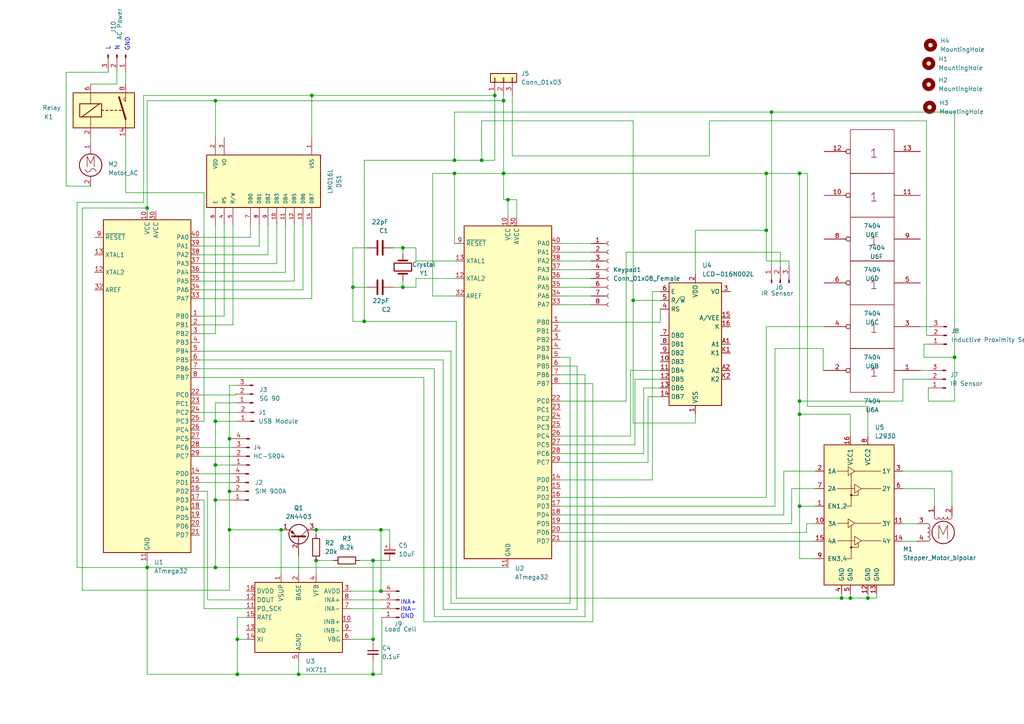
<source format=kicad_sch>
(kicad_sch (version 20211123) (generator eeschema)
  (paper "A4")
  (lib_symbols
    (symbol "74xx_IEEE:7404" (pin_names (offset 0.762))
      (property "Reference" "U" (at 5.08 7.62 0))
      (property "Value" "7404" (at 3.81 -8.89 0))
      (symbol "7404_0_0"
        (text "1" (at -0.508 0.508 0) (effects (font (size 2.54 2.54))))
      )
      (symbol "7404_0_1"
        (rectangle (start -6.35 6.35) (end 6.35 -6.35))
        (pin power_in line (at 0 6.35 270) (length 0) hide (name "Vcc") (number "14"))
        (pin power_in line (at 0 -6.35 90) (length 0) hide (name "Gnd") (number "7"))
      )
      (symbol "7404_1_1"
        (pin input line (at -13.97 0 0) (length 7.62) (name "~") (number "1"))
        (pin input inverted (at 13.97 0 180) (length 7.62) (name "~") (number "2"))
      )
      (symbol "7404_2_1"
        (pin input line (at -13.97 0 0) (length 7.62) (name "~") (number "3"))
        (pin input inverted (at 13.97 0 180) (length 7.62) (name "~") (number "4"))
      )
      (symbol "7404_3_1"
        (pin input line (at -13.97 0 0) (length 7.62) (name "~") (number "5"))
        (pin input inverted (at 13.97 0 180) (length 7.62) (name "~") (number "6"))
      )
      (symbol "7404_4_1"
        (pin input inverted (at 13.97 0 180) (length 7.62) (name "~") (number "8"))
        (pin input line (at -13.97 0 0) (length 7.62) (name "~") (number "9"))
      )
      (symbol "7404_5_1"
        (pin input inverted (at 13.97 0 180) (length 7.62) (name "~") (number "10"))
        (pin input line (at -13.97 0 0) (length 7.62) (name "~") (number "11"))
      )
      (symbol "7404_6_1"
        (pin input inverted (at 13.97 0 180) (length 7.62) (name "~") (number "12"))
        (pin input line (at -13.97 0 0) (length 7.62) (name "~") (number "13"))
      )
    )
    (symbol "Connector:Conn_01x02_Male" (pin_names (offset 1.016) hide)
      (property "Reference" "J" (at 0 2.54 0))
      (property "Value" "Conn_01x02_Male" (at 0 -5.08 0))
      (symbol "Conn_01x02_Male_1_1"
        (polyline (pts (xy 1.27 -2.54) (xy 0.8636 -2.54)) (stroke (width 0.1524)))
        (polyline (pts (xy 1.27 0) (xy 0.8636 0)) (stroke (width 0.1524)))
        (rectangle (start 0.8636 -2.413) (end 0 -2.667) (stroke (width 0.1524)) (fill (type outline)))
        (rectangle (start 0.8636 0.127) (end 0 -0.127) (stroke (width 0.1524)) (fill (type outline)))
        (pin passive line (at 5.08 0 180) (length 3.81) (name "Pin_1") (number "1"))
        (pin passive line (at 5.08 -2.54 180) (length 3.81) (name "Pin_2") (number "2"))
      )
    )
    (symbol "Connector:Conn_01x03_Male" (pin_names (offset 1.016) hide)
      (property "Reference" "J" (at 0 5.08 0))
      (property "Value" "Conn_01x03_Male" (at 0 -5.08 0))
      (symbol "Conn_01x03_Male_1_1"
        (polyline (pts (xy 1.27 -2.54) (xy 0.8636 -2.54)) (stroke (width 0.1524)))
        (polyline (pts (xy 1.27 0) (xy 0.8636 0)) (stroke (width 0.1524)))
        (polyline (pts (xy 1.27 2.54) (xy 0.8636 2.54)) (stroke (width 0.1524)))
        (rectangle (start 0.8636 -2.413) (end 0 -2.667) (stroke (width 0.1524)) (fill (type outline)))
        (rectangle (start 0.8636 0.127) (end 0 -0.127) (stroke (width 0.1524)) (fill (type outline)))
        (rectangle (start 0.8636 2.667) (end 0 2.413) (stroke (width 0.1524)) (fill (type outline)))
        (pin passive line (at 5.08 2.54 180) (length 3.81) (name "Pin_1") (number "1"))
        (pin passive line (at 5.08 0 180) (length 3.81) (name "Pin_2") (number "2"))
        (pin passive line (at 5.08 -2.54 180) (length 3.81) (name "Pin_3") (number "3"))
      )
    )
    (symbol "Connector:Conn_01x04_Male" (pin_names (offset 1.016) hide)
      (property "Reference" "J" (at 0 5.08 0))
      (property "Value" "Conn_01x04_Male" (at 0 -7.62 0))
      (symbol "Conn_01x04_Male_1_1"
        (polyline (pts (xy 1.27 -5.08) (xy 0.8636 -5.08)) (stroke (width 0.1524)))
        (polyline (pts (xy 1.27 -2.54) (xy 0.8636 -2.54)) (stroke (width 0.1524)))
        (polyline (pts (xy 1.27 0) (xy 0.8636 0)) (stroke (width 0.1524)))
        (polyline (pts (xy 1.27 2.54) (xy 0.8636 2.54)) (stroke (width 0.1524)))
        (rectangle (start 0.8636 -4.953) (end 0 -5.207) (stroke (width 0.1524)) (fill (type outline)))
        (rectangle (start 0.8636 -2.413) (end 0 -2.667) (stroke (width 0.1524)) (fill (type outline)))
        (rectangle (start 0.8636 0.127) (end 0 -0.127) (stroke (width 0.1524)) (fill (type outline)))
        (rectangle (start 0.8636 2.667) (end 0 2.413) (stroke (width 0.1524)) (fill (type outline)))
        (pin passive line (at 5.08 2.54 180) (length 3.81) (name "Pin_1") (number "1"))
        (pin passive line (at 5.08 0 180) (length 3.81) (name "Pin_2") (number "2"))
        (pin passive line (at 5.08 -2.54 180) (length 3.81) (name "Pin_3") (number "3"))
        (pin passive line (at 5.08 -5.08 180) (length 3.81) (name "Pin_4") (number "4"))
      )
    )
    (symbol "Connector:Conn_01x08_Female" (pin_names (offset 1.016) hide)
      (property "Reference" "J" (at 0 10.16 0))
      (property "Value" "Conn_01x08_Female" (at 0 -12.7 0))
      (symbol "Conn_01x08_Female_1_1"
        (arc (start 0 -9.652) (mid -0.508 -10.16) (end 0 -10.668) (stroke (width 0.1524)))
        (arc (start 0 -7.112) (mid -0.508 -7.62) (end 0 -8.128) (stroke (width 0.1524)))
        (arc (start 0 -4.572) (mid -0.508 -5.08) (end 0 -5.588) (stroke (width 0.1524)))
        (arc (start 0 -2.032) (mid -0.508 -2.54) (end 0 -3.048) (stroke (width 0.1524)))
        (polyline (pts (xy -1.27 -10.16) (xy -0.508 -10.16)) (stroke (width 0.1524)))
        (polyline (pts (xy -1.27 -7.62) (xy -0.508 -7.62)) (stroke (width 0.1524)))
        (polyline (pts (xy -1.27 -5.08) (xy -0.508 -5.08)) (stroke (width 0.1524)))
        (polyline (pts (xy -1.27 -2.54) (xy -0.508 -2.54)) (stroke (width 0.1524)))
        (polyline (pts (xy -1.27 0) (xy -0.508 0)) (stroke (width 0.1524)))
        (polyline (pts (xy -1.27 2.54) (xy -0.508 2.54)) (stroke (width 0.1524)))
        (polyline (pts (xy -1.27 5.08) (xy -0.508 5.08)) (stroke (width 0.1524)))
        (polyline (pts (xy -1.27 7.62) (xy -0.508 7.62)) (stroke (width 0.1524)))
        (arc (start 0 0.508) (mid -0.508 0) (end 0 -0.508) (stroke (width 0.1524)))
        (arc (start 0 3.048) (mid -0.508 2.54) (end 0 2.032) (stroke (width 0.1524)))
        (arc (start 0 5.588) (mid -0.508 5.08) (end 0 4.572) (stroke (width 0.1524)))
        (arc (start 0 8.128) (mid -0.508 7.62) (end 0 7.112) (stroke (width 0.1524)))
        (pin passive line (at -5.08 7.62 0) (length 3.81) (name "Pin_1") (number "1"))
        (pin passive line (at -5.08 5.08 0) (length 3.81) (name "Pin_2") (number "2"))
        (pin passive line (at -5.08 2.54 0) (length 3.81) (name "Pin_3") (number "3"))
        (pin passive line (at -5.08 0 0) (length 3.81) (name "Pin_4") (number "4"))
        (pin passive line (at -5.08 -2.54 0) (length 3.81) (name "Pin_5") (number "5"))
        (pin passive line (at -5.08 -5.08 0) (length 3.81) (name "Pin_6") (number "6"))
        (pin passive line (at -5.08 -7.62 0) (length 3.81) (name "Pin_7") (number "7"))
        (pin passive line (at -5.08 -10.16 0) (length 3.81) (name "Pin_8") (number "8"))
      )
    )
    (symbol "Connector_Generic:Conn_01x03" (pin_names (offset 1.016) hide)
      (property "Reference" "J" (at 0 5.08 0))
      (property "Value" "Conn_01x03" (at 0 -5.08 0))
      (symbol "Conn_01x03_1_1"
        (rectangle (start -1.27 -2.413) (end 0 -2.667) (stroke (width 0.1524)))
        (rectangle (start -1.27 0.127) (end 0 -0.127) (stroke (width 0.1524)))
        (rectangle (start -1.27 2.667) (end 0 2.413) (stroke (width 0.1524)))
        (rectangle (start -1.27 3.81) (end 1.27 -3.81) (stroke (width 0.254)) (fill (type background)))
        (pin passive line (at -5.08 2.54 0) (length 3.81) (name "Pin_1") (number "1"))
        (pin passive line (at -5.08 0 0) (length 3.81) (name "Pin_2") (number "2"))
        (pin passive line (at -5.08 -2.54 0) (length 3.81) (name "Pin_3") (number "3"))
      )
    )
    (symbol "Device:C" (pin_numbers hide) (pin_names (offset 0.254))
      (property "Reference" "C" (at 0.635 2.54 0))
      (property "Value" "C" (at 0.635 -2.54 0))
      (symbol "C_0_1"
        (polyline (pts (xy -2.032 -0.762) (xy 2.032 -0.762)) (stroke (width 0.508)))
        (polyline (pts (xy -2.032 0.762) (xy 2.032 0.762)) (stroke (width 0.508)))
      )
      (symbol "C_1_1"
        (pin passive line (at 0 3.81 270) (length 2.794) (name "~") (number "1"))
        (pin passive line (at 0 -3.81 90) (length 2.794) (name "~") (number "2"))
      )
    )
    (symbol "Device:C_Polarized_Small" (pin_numbers hide) (pin_names (offset 0.254) hide)
      (property "Reference" "C" (at 0.254 1.778 0))
      (property "Value" "C_Polarized_Small" (at 0.254 -2.032 0))
      (symbol "C_Polarized_Small_0_1"
        (rectangle (start -1.524 -0.3048) (end 1.524 -0.6858) (fill (type outline)))
        (rectangle (start -1.524 0.6858) (end 1.524 0.3048))
        (polyline (pts (xy -1.27 1.524) (xy -0.762 1.524)))
        (polyline (pts (xy -1.016 1.27) (xy -1.016 1.778)))
      )
      (symbol "C_Polarized_Small_1_1"
        (pin passive line (at 0 2.54 270) (length 1.8542) (name "~") (number "1"))
        (pin passive line (at 0 -2.54 90) (length 1.8542) (name "~") (number "2"))
      )
    )
    (symbol "Device:C_Small" (pin_numbers hide) (pin_names (offset 0.254) hide)
      (property "Reference" "C" (at 0.254 1.778 0))
      (property "Value" "C_Small" (at 0.254 -2.032 0))
      (symbol "C_Small_0_1"
        (polyline (pts (xy -1.524 -0.508) (xy 1.524 -0.508)) (stroke (width 0.3302)))
        (polyline (pts (xy -1.524 0.508) (xy 1.524 0.508)) (stroke (width 0.3048)))
      )
      (symbol "C_Small_1_1"
        (pin passive line (at 0 2.54 270) (length 2.032) (name "~") (number "1"))
        (pin passive line (at 0 -2.54 90) (length 2.032) (name "~") (number "2"))
      )
    )
    (symbol "Device:Crystal" (pin_numbers hide) (pin_names (offset 1.016) hide)
      (property "Reference" "Y" (at 0 3.81 0))
      (property "Value" "Crystal" (at 0 -3.81 0))
      (symbol "Crystal_0_1"
        (rectangle (start -1.143 2.54) (end 1.143 -2.54) (stroke (width 0.3048)))
        (polyline (pts (xy -2.54 0) (xy -1.905 0)))
        (polyline (pts (xy -1.905 -1.27) (xy -1.905 1.27)) (stroke (width 0.508)))
        (polyline (pts (xy 1.905 -1.27) (xy 1.905 1.27)) (stroke (width 0.508)))
        (polyline (pts (xy 2.54 0) (xy 1.905 0)))
      )
      (symbol "Crystal_1_1"
        (pin passive line (at -3.81 0 0) (length 1.27) (name "1") (number "1"))
        (pin passive line (at 3.81 0 180) (length 1.27) (name "2") (number "2"))
      )
    )
    (symbol "Device:R" (pin_numbers hide) (pin_names (offset 0))
      (property "Reference" "R" (at 2.032 0 90))
      (property "Value" "R" (at 0 0 90))
      (symbol "R_0_1"
        (rectangle (start -1.016 -2.54) (end 1.016 2.54) (stroke (width 0.254)))
      )
      (symbol "R_1_1"
        (pin passive line (at 0 3.81 270) (length 1.27) (name "~") (number "1"))
        (pin passive line (at 0 -3.81 90) (length 1.27) (name "~") (number "2"))
      )
    )
    (symbol "Display_Character:LCD-016N002L"
      (property "Reference" "U" (at -6.35 18.796 0))
      (property "Value" "LCD-016N002L" (at 8.636 18.796 0))
      (symbol "LCD-016N002L_1_1"
        (rectangle (start -7.62 17.78) (end 7.62 -17.78) (stroke (width 0.254)) (fill (type background)))
        (pin power_in line (at 0 -20.32 90) (length 2.54) (name "VSS") (number "1"))
        (pin bidirectional line (at -10.16 -5.08 0) (length 2.54) (name "DB3") (number "10"))
        (pin bidirectional line (at -10.16 -7.62 0) (length 2.54) (name "DB4") (number "11"))
        (pin bidirectional line (at -10.16 -10.16 0) (length 2.54) (name "DB5") (number "12"))
        (pin bidirectional line (at -10.16 -12.7 0) (length 2.54) (name "DB6") (number "13"))
        (pin bidirectional line (at -10.16 -15.24 0) (length 2.54) (name "DB7") (number "14"))
        (pin power_in line (at 10.16 7.62 180) (length 2.54) (name "A/VEE") (number "15"))
        (pin power_in line (at 10.16 5.08 180) (length 2.54) (name "K") (number "16"))
        (pin power_in line (at 0 20.32 270) (length 2.54) (name "VDD") (number "2"))
        (pin input line (at 10.16 15.24 180) (length 2.54) (name "VO") (number "3"))
        (pin input line (at -10.16 10.16 0) (length 2.54) (name "RS") (number "4"))
        (pin input line (at -10.16 12.7 0) (length 2.54) (name "R/~{W}") (number "5"))
        (pin input line (at -10.16 15.24 0) (length 2.54) (name "E") (number "6"))
        (pin bidirectional line (at -10.16 2.54 0) (length 2.54) (name "DB0") (number "7"))
        (pin bidirectional line (at -10.16 0 0) (length 2.54) (name "DB1") (number "8"))
        (pin bidirectional line (at -10.16 -2.54 0) (length 2.54) (name "DB2") (number "9"))
        (pin power_in line (at 10.16 0 180) (length 2.54) (name "A1") (number "A1"))
        (pin power_in line (at 10.16 -7.62 180) (length 2.54) (name "A2") (number "A2"))
        (pin power_in line (at 10.16 -2.54 180) (length 2.54) (name "K1") (number "K1"))
        (pin power_in line (at 10.16 -10.16 180) (length 2.54) (name "K2") (number "K2"))
      )
    )
    (symbol "Driver_Motor:L293D" (pin_names (offset 1.016))
      (property "Reference" "U" (at -5.08 26.035 0))
      (property "Value" "L293D" (at -5.08 24.13 0))
      (symbol "L293D_0_1"
        (rectangle (start -10.16 22.86) (end 10.16 -17.78) (stroke (width 0.254)) (fill (type background)))
        (circle (center -2.286 -6.858) (radius 0.254) (fill (type outline)))
        (circle (center -2.286 8.255) (radius 0.254) (fill (type outline)))
        (polyline (pts (xy -6.35 -4.953) (xy -1.27 -4.953)))
        (polyline (pts (xy -6.35 0.127) (xy -3.175 0.127)))
        (polyline (pts (xy -6.35 10.16) (xy -1.27 10.16)))
        (polyline (pts (xy -6.35 15.24) (xy -3.175 15.24)))
        (polyline (pts (xy -1.27 0.127) (xy 6.35 0.127)))
        (polyline (pts (xy -1.27 15.24) (xy 6.35 15.24)))
        (polyline (pts (xy 0.635 -4.953) (xy 6.35 -4.953)))
        (polyline (pts (xy 0.635 10.16) (xy 6.35 10.16)))
        (polyline (pts (xy -2.286 -6.858) (xy -0.254 -6.858) (xy -0.254 -5.588)))
        (polyline (pts (xy -2.286 -0.635) (xy -2.286 -10.16) (xy -3.556 -10.16)))
        (polyline (pts (xy -2.286 8.255) (xy -0.254 8.255) (xy -0.254 9.525)))
        (polyline (pts (xy -2.286 14.478) (xy -2.286 5.08) (xy -3.556 5.08)))
        (polyline (pts (xy -3.175 1.397) (xy -3.175 -1.143) (xy -1.27 0.127) (xy -3.175 1.397)))
        (polyline (pts (xy -3.175 16.51) (xy -3.175 13.97) (xy -1.27 15.24) (xy -3.175 16.51)))
        (polyline (pts (xy -1.27 -3.683) (xy -1.27 -6.223) (xy 0.635 -4.953) (xy -1.27 -3.683)))
        (polyline (pts (xy -1.27 11.43) (xy -1.27 8.89) (xy 0.635 10.16) (xy -1.27 11.43)))
      )
      (symbol "L293D_1_1"
        (pin input line (at -12.7 5.08 0) (length 2.54) (name "EN1,2") (number "1"))
        (pin input line (at -12.7 0 0) (length 2.54) (name "3A") (number "10"))
        (pin output line (at 12.7 0 180) (length 2.54) (name "3Y") (number "11"))
        (pin power_in line (at 2.54 -20.32 90) (length 2.54) (name "GND") (number "12"))
        (pin power_in line (at 5.08 -20.32 90) (length 2.54) (name "GND") (number "13"))
        (pin output line (at 12.7 -5.08 180) (length 2.54) (name "4Y") (number "14"))
        (pin input line (at -12.7 -5.08 0) (length 2.54) (name "4A") (number "15"))
        (pin power_in line (at -2.54 25.4 270) (length 2.54) (name "VCC1") (number "16"))
        (pin input line (at -12.7 15.24 0) (length 2.54) (name "1A") (number "2"))
        (pin output line (at 12.7 15.24 180) (length 2.54) (name "1Y") (number "3"))
        (pin power_in line (at -5.08 -20.32 90) (length 2.54) (name "GND") (number "4"))
        (pin power_in line (at -2.54 -20.32 90) (length 2.54) (name "GND") (number "5"))
        (pin output line (at 12.7 10.16 180) (length 2.54) (name "2Y") (number "6"))
        (pin input line (at -12.7 10.16 0) (length 2.54) (name "2A") (number "7"))
        (pin power_in line (at 2.54 25.4 270) (length 2.54) (name "VCC2") (number "8"))
        (pin input line (at -12.7 -10.16 0) (length 2.54) (name "EN3,4") (number "9"))
      )
    )
    (symbol "ICT Project 2:LM016L" (pin_names (offset 1.016))
      (property "Reference" "DS" (at -9.9314 15.7734 0))
      (property "Value" "LM016L" (at -9.906 -19.8374 0))
      (symbol "LM016L_0_0"
        (rectangle (start -10.16 -17.78) (end 5.08 15.24) (stroke (width 0.254)) (fill (type background)))
        (pin power_in line (at 10.16 -15.24 180) (length 5.08) (name "VSS") (number "1"))
        (pin bidirectional line (at -15.24 -5.08 0) (length 5.08) (name "DB3") (number "10"))
        (pin bidirectional line (at -15.24 -7.62 0) (length 5.08) (name "DB4") (number "11"))
        (pin bidirectional line (at -15.24 -10.16 0) (length 5.08) (name "DB5") (number "12"))
        (pin bidirectional line (at -15.24 -12.7 0) (length 5.08) (name "DB6") (number "13"))
        (pin bidirectional line (at -15.24 -15.24 0) (length 5.08) (name "DB7") (number "14"))
        (pin power_in line (at 10.16 12.7 180) (length 5.08) (name "VDD") (number "2"))
        (pin power_in line (at 10.16 10.16 180) (length 5.08) (name "VO") (number "3"))
        (pin input line (at -15.24 10.16 0) (length 5.08) (name "RS") (number "4"))
        (pin input line (at -15.24 7.62 0) (length 5.08) (name "R/W") (number "5"))
        (pin input line (at -15.24 12.7 0) (length 5.08) (name "E") (number "6"))
        (pin bidirectional line (at -15.24 2.54 0) (length 5.08) (name "DB0") (number "7"))
        (pin bidirectional line (at -15.24 0 0) (length 5.08) (name "DB1") (number "8"))
        (pin bidirectional line (at -15.24 -2.54 0) (length 5.08) (name "DB2") (number "9"))
      )
    )
    (symbol "MCU_Microchip_ATmega:ATmega32A-P"
      (property "Reference" "U" (at -12.7 49.53 0))
      (property "Value" "ATmega32A-P" (at 2.54 -49.53 0))
      (symbol "ATmega32A-P_0_1"
        (rectangle (start -12.7 -48.26) (end 12.7 48.26) (stroke (width 0.254)) (fill (type background)))
      )
      (symbol "ATmega32A-P_1_1"
        (pin bidirectional line (at 15.24 20.32 180) (length 2.54) (name "PB0") (number "1"))
        (pin power_in line (at 0 50.8 270) (length 2.54) (name "VCC") (number "10"))
        (pin power_in line (at 0 -50.8 90) (length 2.54) (name "GND") (number "11"))
        (pin output line (at -15.24 33.02 0) (length 2.54) (name "XTAL2") (number "12"))
        (pin input line (at -15.24 38.1 0) (length 2.54) (name "XTAL1") (number "13"))
        (pin bidirectional line (at 15.24 -25.4 180) (length 2.54) (name "PD0") (number "14"))
        (pin bidirectional line (at 15.24 -27.94 180) (length 2.54) (name "PD1") (number "15"))
        (pin bidirectional line (at 15.24 -30.48 180) (length 2.54) (name "PD2") (number "16"))
        (pin bidirectional line (at 15.24 -33.02 180) (length 2.54) (name "PD3") (number "17"))
        (pin bidirectional line (at 15.24 -35.56 180) (length 2.54) (name "PD4") (number "18"))
        (pin bidirectional line (at 15.24 -38.1 180) (length 2.54) (name "PD5") (number "19"))
        (pin bidirectional line (at 15.24 17.78 180) (length 2.54) (name "PB1") (number "2"))
        (pin bidirectional line (at 15.24 -40.64 180) (length 2.54) (name "PD6") (number "20"))
        (pin bidirectional line (at 15.24 -43.18 180) (length 2.54) (name "PD7") (number "21"))
        (pin bidirectional line (at 15.24 -2.54 180) (length 2.54) (name "PC0") (number "22"))
        (pin bidirectional line (at 15.24 -5.08 180) (length 2.54) (name "PC1") (number "23"))
        (pin bidirectional line (at 15.24 -7.62 180) (length 2.54) (name "PC2") (number "24"))
        (pin bidirectional line (at 15.24 -10.16 180) (length 2.54) (name "PC3") (number "25"))
        (pin bidirectional line (at 15.24 -12.7 180) (length 2.54) (name "PC4") (number "26"))
        (pin bidirectional line (at 15.24 -15.24 180) (length 2.54) (name "PC5") (number "27"))
        (pin bidirectional line (at 15.24 -17.78 180) (length 2.54) (name "PC6") (number "28"))
        (pin bidirectional line (at 15.24 -20.32 180) (length 2.54) (name "PC7") (number "29"))
        (pin bidirectional line (at 15.24 15.24 180) (length 2.54) (name "PB2") (number "3"))
        (pin power_in line (at 2.54 50.8 270) (length 2.54) (name "AVCC") (number "30"))
        (pin passive line (at 0 -50.8 90) (length 2.54) hide (name "GND") (number "31"))
        (pin passive line (at -15.24 27.94 0) (length 2.54) (name "AREF") (number "32"))
        (pin bidirectional line (at 15.24 25.4 180) (length 2.54) (name "PA7") (number "33"))
        (pin bidirectional line (at 15.24 27.94 180) (length 2.54) (name "PA6") (number "34"))
        (pin bidirectional line (at 15.24 30.48 180) (length 2.54) (name "PA5") (number "35"))
        (pin bidirectional line (at 15.24 33.02 180) (length 2.54) (name "PA4") (number "36"))
        (pin bidirectional line (at 15.24 35.56 180) (length 2.54) (name "PA3") (number "37"))
        (pin bidirectional line (at 15.24 38.1 180) (length 2.54) (name "PA2") (number "38"))
        (pin bidirectional line (at 15.24 40.64 180) (length 2.54) (name "PA1") (number "39"))
        (pin bidirectional line (at 15.24 12.7 180) (length 2.54) (name "PB3") (number "4"))
        (pin bidirectional line (at 15.24 43.18 180) (length 2.54) (name "PA0") (number "40"))
        (pin bidirectional line (at 15.24 10.16 180) (length 2.54) (name "PB4") (number "5"))
        (pin bidirectional line (at 15.24 7.62 180) (length 2.54) (name "PB5") (number "6"))
        (pin bidirectional line (at 15.24 5.08 180) (length 2.54) (name "PB6") (number "7"))
        (pin bidirectional line (at 15.24 2.54 180) (length 2.54) (name "PB7") (number "8"))
        (pin input line (at -15.24 43.18 0) (length 2.54) (name "~{RESET}") (number "9"))
      )
    )
    (symbol "Mechanical:MountingHole" (pin_names (offset 1.016))
      (property "Reference" "H" (at 0 5.08 0))
      (property "Value" "MountingHole" (at 0 3.175 0))
      (symbol "MountingHole_0_1"
        (circle (center 0 0) (radius 1.27) (stroke (width 1.27)))
      )
    )
    (symbol "Motor:Motor_AC" (pin_names (offset 0))
      (property "Reference" "M" (at 2.54 2.54 0))
      (property "Value" "Motor_AC" (at 2.54 -5.08 0))
      (symbol "Motor_AC_0_0"
        (arc (start -1.524 -2.794) (mid -0.8654 -3.5217) (end 0 -3.048))
        (polyline (pts (xy -1.016 -2.032) (xy -1.016 1.016) (xy 0 -1.016) (xy 1.016 1.016) (xy 1.016 -2.032)))
        (arc (start 1.524 -3.302) (mid 0.85 -2.5503) (end 0 -3.048))
      )
      (symbol "Motor_AC_0_1"
        (circle (center 0 -1.524) (radius 3.2512) (stroke (width 0.254)))
        (polyline (pts (xy 0 -7.62) (xy 0 -7.112)))
        (polyline (pts (xy 0 -4.7752) (xy 0 -5.1816)))
        (polyline (pts (xy 0 1.7272) (xy 0 2.0828)))
        (polyline (pts (xy 0 2.032) (xy 0 2.54)))
      )
      (symbol "Motor_AC_1_1"
        (pin passive line (at 0 5.08 270) (length 2.54) (name "~") (number "1"))
        (pin passive line (at 0 -7.62 90) (length 2.54) (name "~") (number "2"))
      )
    )
    (symbol "Motor:Stepper_Motor_bipolar" (pin_names (offset 0) hide)
      (property "Reference" "M" (at 3.81 2.54 0))
      (property "Value" "Stepper_Motor_bipolar" (at 3.81 1.27 0))
      (symbol "Stepper_Motor_bipolar_0_0"
        (polyline (pts (xy -1.27 -1.778) (xy -1.27 2.032) (xy 0 -0.508) (xy 1.27 2.032) (xy 1.27 -1.778)))
      )
      (symbol "Stepper_Motor_bipolar_0_1"
        (arc (start -4.445 -2.54) (mid -3.81 -1.905) (end -4.445 -1.27))
        (arc (start -4.445 -1.27) (mid -3.81 -0.635) (end -4.445 0))
        (arc (start -4.445 0) (mid -3.81 0.635) (end -4.445 1.27))
        (arc (start -4.445 1.27) (mid -3.81 1.905) (end -4.445 2.54))
        (arc (start -2.54 4.445) (mid -1.905 3.81) (end -1.27 4.445))
        (arc (start -1.27 4.445) (mid -0.635 3.81) (end 0 4.445))
        (polyline (pts (xy -5.08 -2.54) (xy -4.445 -2.54)))
        (polyline (pts (xy -5.08 2.54) (xy -4.445 2.54)))
        (polyline (pts (xy -2.54 5.08) (xy -2.54 4.445)))
        (polyline (pts (xy 2.54 5.08) (xy 2.54 4.445)))
        (circle (center 0 0) (radius 3.2512) (stroke (width 0.254)))
        (arc (start 0 4.445) (mid 0.635 3.81) (end 1.27 4.445))
        (arc (start 1.27 4.445) (mid 1.905 3.81) (end 2.54 4.445))
      )
      (symbol "Stepper_Motor_bipolar_1_1"
        (pin passive line (at -2.54 7.62 270) (length 2.54) (name "~") (number "1"))
        (pin passive line (at 2.54 7.62 270) (length 2.54) (name "-") (number "2"))
        (pin passive line (at -7.62 2.54 0) (length 2.54) (name "~") (number "3"))
        (pin passive line (at -7.62 -2.54 0) (length 2.54) (name "~") (number "4"))
      )
    )
    (symbol "Relay:DIPxx-1Axx-13x"
      (property "Reference" "K" (at 8.89 3.81 0))
      (property "Value" "DIPxx-1Axx-13x" (at 8.89 1.27 0))
      (symbol "DIPxx-1Axx-13x_0_0"
        (polyline (pts (xy 5.08 5.08) (xy 5.08 2.54) (xy 4.445 3.175) (xy 5.08 3.81)))
      )
      (symbol "DIPxx-1Axx-13x_0_1"
        (rectangle (start -10.16 5.08) (end 7.62 -5.08) (stroke (width 0.254)) (fill (type background)))
        (rectangle (start -8.255 1.905) (end -1.905 -1.905) (stroke (width 0.254)))
        (polyline (pts (xy -7.62 -1.905) (xy -2.54 1.905)) (stroke (width 0.254)))
        (polyline (pts (xy -5.08 -5.08) (xy -5.08 -1.905)))
        (polyline (pts (xy -5.08 5.08) (xy -5.08 1.905)))
        (polyline (pts (xy -1.905 0) (xy -1.27 0)) (stroke (width 0.254)))
        (polyline (pts (xy -0.635 0) (xy 0 0)) (stroke (width 0.254)))
        (polyline (pts (xy 0.635 0) (xy 1.27 0)) (stroke (width 0.254)))
        (polyline (pts (xy 1.905 0) (xy 2.54 0)) (stroke (width 0.254)))
        (polyline (pts (xy 3.175 0) (xy 3.81 0)) (stroke (width 0.254)))
        (polyline (pts (xy 5.08 -2.54) (xy 3.175 3.81)) (stroke (width 0.508)))
        (polyline (pts (xy 5.08 -2.54) (xy 5.08 -5.08)))
      )
      (symbol "DIPxx-1Axx-13x_1_1"
        (pin passive line (at 5.08 -7.62 90) (length 2.54) (name "~") (number "14"))
        (pin passive line (at -5.08 -7.62 90) (length 2.54) (name "~") (number "2"))
        (pin passive line (at -5.08 7.62 270) (length 2.54) (name "~") (number "6"))
        (pin passive line (at 5.08 7.62 270) (length 2.54) (name "~") (number "8"))
      )
    )
    (symbol "Sensor_Current:HX711"
      (property "Reference" "U?" (at 7.0994 -15.24 0))
      (property "Value" "HX711" (at 7.0994 -17.78 0))
      (symbol "HX711_0_1"
        (rectangle (start -7.62 7.62) (end 17.78 -12.7) (stroke (width 0.254)) (fill (type background)))
      )
      (symbol "HX711_1_1"
        (pin input line (at 0 10.16 270) (length 2.54) (name "VSUP") (number "1"))
        (pin output line (at 20.32 -3.81 180) (length 2.54) (name "INB+") (number "10"))
        (pin passive line (at -10.16 0 0) (length 2.54) (name "PD_SCK") (number "11"))
        (pin passive line (at -10.16 2.54 0) (length 2.54) (name "DOUT") (number "12"))
        (pin passive line (at -10.16 -6.35 0) (length 2.54) (name "XO") (number "13"))
        (pin passive line (at -10.16 -8.89 0) (length 2.54) (name "XI") (number "14"))
        (pin passive line (at -10.16 -2.54 0) (length 2.54) (name "RATE") (number "15"))
        (pin passive line (at -10.16 5.08 0) (length 2.54) (name "DVDD") (number "16"))
        (pin output line (at 5.08 10.16 270) (length 2.54) (name "BASE") (number "2"))
        (pin output line (at 20.32 5.08 180) (length 2.54) (name "AVDD") (number "3"))
        (pin input line (at 10.16 10.16 270) (length 2.54) (name "VFB") (number "4"))
        (pin power_in line (at 5.08 -15.24 90) (length 2.54) (name "AGND") (number "5"))
        (pin output line (at 20.32 -8.89 180) (length 2.54) (name "VBG") (number "6"))
        (pin output line (at 20.32 0 180) (length 2.54) (name "INA-") (number "7"))
        (pin output line (at 20.32 2.54 180) (length 2.54) (name "INA+") (number "8"))
        (pin output line (at 20.32 -6.35 180) (length 2.54) (name "INB-") (number "9"))
      )
    )
    (symbol "Transistor_BJT:2N3906" (pin_names (offset 0) hide)
      (property "Reference" "Q" (at 5.08 1.905 0))
      (property "Value" "2N3906" (at 5.08 0 0))
      (symbol "2N3906_0_1"
        (polyline (pts (xy 0.635 0.635) (xy 2.54 2.54)))
        (polyline (pts (xy 0.635 -0.635) (xy 2.54 -2.54) (xy 2.54 -2.54)))
        (polyline (pts (xy 0.635 1.905) (xy 0.635 -1.905) (xy 0.635 -1.905)) (stroke (width 0.508)))
        (polyline (pts (xy 2.286 -1.778) (xy 1.778 -2.286) (xy 1.27 -1.27) (xy 2.286 -1.778) (xy 2.286 -1.778)) (fill (type outline)))
        (circle (center 1.27 0) (radius 2.8194) (stroke (width 0.254)))
      )
      (symbol "2N3906_1_1"
        (pin passive line (at 2.54 -5.08 90) (length 2.54) (name "E") (number "1"))
        (pin input line (at -5.08 0 0) (length 5.715) (name "B") (number "2"))
        (pin passive line (at 2.54 5.08 270) (length 2.54) (name "C") (number "3"))
      )
    )
  )
  (junction (at 66.548 127.254))
  (junction (at 116.84 83.312))
  (junction (at 251.714 173.482))
  (junction (at 276.86 103.632))
  (junction (at 108.204 195.58))
  (junction (at 147.32 57.912))
  (junction (at 244.094 173.482))
  (junction (at 81.534 153.67))
  (junction (at 131.826 50.292))
  (junction (at 62.484 134.874))
  (junction (at 68.834 185.42))
  (junction (at 42.672 164.592))
  (junction (at 42.672 60.325))
  (junction (at 91.694 162.56))
  (junction (at 68.834 195.58))
  (junction (at 143.51 27.686))
  (junction (at 62.484 29.21))
  (junction (at 231.902 120.142))
  (junction (at 102.362 83.312))
  (junction (at 231.902 116.332))
  (junction (at 110.49 171.45))
  (junction (at 183.642 87.122))
  (junction (at 110.49 153.67))
  (junction (at 62.484 145.034))
  (junction (at 62.484 122.174))
  (junction (at 66.548 153.67))
  (junction (at 116.84 71.882))
  (junction (at 146.05 50.292))
  (junction (at 131.826 46.482))
  (junction (at 62.484 164.592))
  (junction (at 108.204 162.56))
  (junction (at 108.204 185.42))
  (junction (at 90.424 27.686))
  (junction (at 66.548 142.494))
  (junction (at 222.25 66.802))
  (junction (at 223.774 32.512))
  (junction (at 246.634 173.482))
  (junction (at 231.902 146.812))
  (junction (at 146.05 29.21))
  (junction (at 105.664 93.218))
  (junction (at 91.694 153.67))
  (junction (at 231.902 50.292))
  (junction (at 139.7 46.482))
  (junction (at 86.614 195.58))
  (junction (at 222.25 50.292))
  (wire (pts (xy 62.484 96.774) (xy 62.484 65.278)))
  (wire (pts (xy 271.018 146.812) (xy 271.018 141.732)))
  (wire (pts (xy 120.65 75.692) (xy 120.65 71.882)))
  (wire (pts (xy 276.86 103.632) (xy 276.86 116.332)))
  (wire (pts (xy 267.97 99.822) (xy 269.494 99.822)))
  (wire (pts (xy 105.664 93.218) (xy 132.334 93.218)))
  (wire (pts (xy 113.03 153.67) (xy 113.03 157.48)))
  (wire (pts (xy 26.289 39.624) (xy 26.289 41.275)))
  (wire (pts (xy 57.912 129.794) (xy 67.31 129.794)))
  (wire (pts (xy 57.912 91.694) (xy 65.024 91.694)))
  (wire (pts (xy 222.25 144.272) (xy 222.25 94.742)))
  (wire (pts (xy 162.56 146.812) (xy 224.79 146.812)))
  (wire (pts (xy 228.854 75.692) (xy 228.854 76.962)))
  (wire (pts (xy 42.672 195.58) (xy 68.834 195.58)))
  (wire (pts (xy 233.934 151.892) (xy 236.474 151.892)))
  (wire (pts (xy 246.634 172.212) (xy 246.634 173.482)))
  (wire (pts (xy 276.86 32.512) (xy 276.86 103.632)))
  (wire (pts (xy 162.56 139.192) (xy 189.23 139.192)))
  (wire (pts (xy 165.354 103.632) (xy 162.56 103.632)))
  (wire (pts (xy 146.05 57.912) (xy 147.32 57.912)))
  (wire (pts (xy 66.548 153.67) (xy 66.548 171.196)))
  (wire (pts (xy 231.902 50.292) (xy 231.902 116.332)))
  (wire (pts (xy 23.876 171.196) (xy 23.876 60.325)))
  (wire (pts (xy 19.177 53.975) (xy 19.177 20.955)))
  (wire (pts (xy 108.204 162.56) (xy 113.03 162.56)))
  (wire (pts (xy 90.424 65.278) (xy 90.424 86.614)))
  (wire (pts (xy 162.56 73.152) (xy 171.45 73.152)))
  (wire (pts (xy 269.494 97.282) (xy 268.732 97.282)))
  (wire (pts (xy 229.616 141.732) (xy 236.474 141.732)))
  (wire (pts (xy 171.958 111.252) (xy 171.958 180.34)))
  (wire (pts (xy 227.33 149.352) (xy 227.33 136.652)))
  (wire (pts (xy 57.912 86.614) (xy 90.424 86.614)))
  (wire (pts (xy 66.548 111.76) (xy 68.326 111.76)))
  (wire (pts (xy 85.344 65.278) (xy 85.344 81.534)))
  (wire (pts (xy 191.516 93.472) (xy 191.516 89.662)))
  (wire (pts (xy 167.386 106.172) (xy 167.386 176.784)))
  (wire (pts (xy 59.182 145.034) (xy 57.912 145.034)))
  (wire (pts (xy 36.449 20.955) (xy 36.449 24.384)))
  (wire (pts (xy 75.184 65.278) (xy 75.184 71.374)))
  (wire (pts (xy 42.672 60.325) (xy 42.672 61.214)))
  (wire (pts (xy 205.74 35.052) (xy 268.732 35.052)))
  (wire (pts (xy 91.694 153.67) (xy 91.694 154.94)))
  (wire (pts (xy 41.656 58.674) (xy 41.656 27.686)))
  (wire (pts (xy 234.188 117.856) (xy 234.188 50.292)))
  (wire (pts (xy 59.182 55.88) (xy 36.449 55.88)))
  (wire (pts (xy 167.386 176.784) (xy 128.524 176.784)))
  (wire (pts (xy 147.32 164.592) (xy 62.484 164.592)))
  (wire (pts (xy 276.098 136.652) (xy 261.874 136.652)))
  (wire (pts (xy 183.642 35.052) (xy 183.642 87.122)))
  (wire (pts (xy 251.714 173.482) (xy 254.254 173.482)))
  (wire (pts (xy 60.198 173.99) (xy 71.374 173.99)))
  (wire (pts (xy 62.484 145.034) (xy 67.056 145.034)))
  (wire (pts (xy 162.56 108.712) (xy 169.672 108.712)))
  (wire (pts (xy 146.05 50.292) (xy 222.25 50.292)))
  (wire (pts (xy 68.326 114.554) (xy 68.326 114.3)))
  (wire (pts (xy 224.79 146.812) (xy 224.79 101.092)))
  (wire (pts (xy 102.362 83.312) (xy 102.362 93.218)))
  (wire (pts (xy 162.56 83.312) (xy 171.45 83.312)))
  (wire (pts (xy 22.352 58.674) (xy 41.656 58.674)))
  (wire (pts (xy 267.97 99.822) (xy 267.97 103.632)))
  (wire (pts (xy 91.694 153.67) (xy 110.49 153.67)))
  (wire (pts (xy 105.664 46.482) (xy 131.826 46.482)))
  (wire (pts (xy 254.254 172.212) (xy 254.254 173.482)))
  (wire (pts (xy 131.826 32.512) (xy 131.826 46.482)))
  (wire (pts (xy 276.098 146.812) (xy 276.098 136.652)))
  (wire (pts (xy 231.902 146.812) (xy 236.474 146.812)))
  (wire (pts (xy 148.59 45.212) (xy 205.74 45.212)))
  (wire (pts (xy 57.912 114.554) (xy 68.326 114.554)))
  (wire (pts (xy 267.97 103.632) (xy 276.86 103.632)))
  (wire (pts (xy 62.484 134.874) (xy 62.484 145.034)))
  (wire (pts (xy 57.912 122.174) (xy 59.182 122.174)))
  (wire (pts (xy 101.854 171.45) (xy 110.49 171.45)))
  (wire (pts (xy 187.96 134.112) (xy 187.96 115.062)))
  (wire (pts (xy 66.548 153.67) (xy 81.534 153.67)))
  (wire (pts (xy 183.642 35.052) (xy 139.7 35.052)))
  (wire (pts (xy 146.05 29.21) (xy 146.05 50.292)))
  (wire (pts (xy 244.094 173.482) (xy 246.634 173.482)))
  (wire (pts (xy 23.876 60.325) (xy 42.672 60.325)))
  (wire (pts (xy 122.936 109.474) (xy 57.912 109.474)))
  (wire (pts (xy 91.694 162.56) (xy 91.694 166.37)))
  (wire (pts (xy 162.56 156.972) (xy 236.474 156.972)))
  (wire (pts (xy 148.59 27.686) (xy 148.59 45.212)))
  (wire (pts (xy 57.912 132.334) (xy 67.31 132.334)))
  (wire (pts (xy 182.88 126.492) (xy 182.88 107.442)))
  (wire (pts (xy 42.672 162.814) (xy 42.672 164.592)))
  (wire (pts (xy 82.804 78.994) (xy 82.804 65.278)))
  (wire (pts (xy 62.484 29.21) (xy 62.484 39.878)))
  (wire (pts (xy 59.182 176.53) (xy 71.374 176.53)))
  (wire (pts (xy 71.374 179.07) (xy 68.834 179.07)))
  (wire (pts (xy 57.912 71.374) (xy 75.184 71.374)))
  (wire (pts (xy 105.664 46.482) (xy 105.664 93.218)))
  (wire (pts (xy 125.476 50.292) (xy 131.826 50.292)))
  (wire (pts (xy 139.7 35.052) (xy 139.7 46.482)))
  (wire (pts (xy 23.876 171.196) (xy 66.548 171.196)))
  (wire (pts (xy 268.732 35.052) (xy 268.732 97.282)))
  (wire (pts (xy 62.484 145.034) (xy 62.484 164.592)))
  (wire (pts (xy 226.314 73.152) (xy 226.314 76.962)))
  (wire (pts (xy 224.79 101.092) (xy 238.76 101.092)))
  (wire (pts (xy 131.826 70.612) (xy 132.08 70.612)))
  (wire (pts (xy 101.854 173.99) (xy 110.744 173.99)))
  (wire (pts (xy 80.264 76.454) (xy 80.264 65.278)))
  (wire (pts (xy 222.25 50.292) (xy 231.902 50.292)))
  (wire (pts (xy 266.954 94.742) (xy 269.494 94.742)))
  (wire (pts (xy 146.05 27.686) (xy 146.05 29.21)))
  (wire (pts (xy 169.672 178.816) (xy 169.672 108.712)))
  (wire (pts (xy 120.65 83.312) (xy 120.65 80.772)))
  (wire (pts (xy 90.424 27.686) (xy 143.51 27.686)))
  (wire (pts (xy 42.672 164.592) (xy 62.484 164.592)))
  (wire (pts (xy 57.912 84.074) (xy 87.884 84.074)))
  (wire (pts (xy 57.912 68.834) (xy 72.644 68.834)))
  (wire (pts (xy 201.676 79.502) (xy 201.676 66.802)))
  (wire (pts (xy 261.874 109.982) (xy 261.874 116.332)))
  (wire (pts (xy 102.362 83.312) (xy 106.426 83.312)))
  (wire (pts (xy 271.018 141.732) (xy 261.874 141.732)))
  (wire (pts (xy 189.23 84.582) (xy 189.23 139.192)))
  (wire (pts (xy 86.614 195.58) (xy 68.834 195.58)))
  (wire (pts (xy 110.49 153.67) (xy 113.03 153.67)))
  (wire (pts (xy 266.954 107.442) (xy 269.24 107.442)))
  (wire (pts (xy 171.958 180.34) (xy 122.936 180.34)))
  (wire (pts (xy 227.33 136.652) (xy 236.474 136.652)))
  (wire (pts (xy 102.362 71.882) (xy 106.426 71.882)))
  (wire (pts (xy 116.84 71.882) (xy 120.65 71.882)))
  (wire (pts (xy 222.25 75.692) (xy 228.854 75.692)))
  (wire (pts (xy 68.834 185.42) (xy 71.374 185.42)))
  (wire (pts (xy 244.094 172.212) (xy 244.094 173.482)))
  (wire (pts (xy 162.56 116.332) (xy 181.61 116.332)))
  (wire (pts (xy 149.86 57.912) (xy 149.86 62.992)))
  (wire (pts (xy 57.912 96.774) (xy 62.484 96.774)))
  (wire (pts (xy 222.25 50.292) (xy 222.25 66.802)))
  (wire (pts (xy 122.936 180.34) (xy 122.936 109.474)))
  (wire (pts (xy 131.826 46.482) (xy 139.7 46.482)))
  (wire (pts (xy 128.524 104.394) (xy 57.912 104.394)))
  (wire (pts (xy 108.204 191.77) (xy 108.204 195.58)))
  (wire (pts (xy 184.15 129.032) (xy 184.15 109.982)))
  (wire (pts (xy 231.902 116.332) (xy 231.902 120.142)))
  (wire (pts (xy 233.934 151.892) (xy 233.934 154.432)))
  (wire (pts (xy 86.614 161.29) (xy 86.614 166.37)))
  (wire (pts (xy 269.24 109.982) (xy 261.874 109.982)))
  (wire (pts (xy 191.516 84.582) (xy 189.23 84.582)))
  (wire (pts (xy 143.51 27.686) (xy 143.51 46.482)))
  (wire (pts (xy 57.912 94.234) (xy 67.564 94.234)))
  (wire (pts (xy 87.884 84.074) (xy 87.884 65.278)))
  (wire (pts (xy 101.854 185.42) (xy 108.204 185.42)))
  (wire (pts (xy 130.81 175.006) (xy 165.354 175.006)))
  (wire (pts (xy 68.834 179.07) (xy 68.834 185.42)))
  (wire (pts (xy 162.56 111.252) (xy 171.958 111.252)))
  (wire (pts (xy 57.912 81.534) (xy 85.344 81.534)))
  (wire (pts (xy 162.56 80.772) (xy 171.45 80.772)))
  (wire (pts (xy 57.912 101.854) (xy 130.81 101.854)))
  (wire (pts (xy 231.902 120.142) (xy 231.902 146.812)))
  (wire (pts (xy 86.614 191.77) (xy 86.614 195.58)))
  (wire (pts (xy 186.69 131.572) (xy 186.69 112.522)))
  (wire (pts (xy 229.616 151.892) (xy 229.616 141.732)))
  (wire (pts (xy 57.912 76.454) (xy 80.264 76.454)))
  (wire (pts (xy 66.548 142.494) (xy 67.056 142.494)))
  (wire (pts (xy 42.672 29.21) (xy 62.484 29.21)))
  (wire (pts (xy 231.902 162.052) (xy 236.474 162.052)))
  (wire (pts (xy 41.656 27.686) (xy 90.424 27.686)))
  (wire (pts (xy 128.524 176.784) (xy 128.524 104.394)))
  (wire (pts (xy 147.32 57.912) (xy 147.32 62.992)))
  (wire (pts (xy 162.56 149.352) (xy 227.33 149.352)))
  (wire (pts (xy 67.564 65.278) (xy 67.564 94.234)))
  (wire (pts (xy 86.614 195.58) (xy 108.204 195.58)))
  (wire (pts (xy 131.826 50.292) (xy 131.826 70.612)))
  (wire (pts (xy 90.424 27.686) (xy 90.424 39.878)))
  (wire (pts (xy 102.362 93.218) (xy 105.664 93.218)))
  (wire (pts (xy 60.198 142.494) (xy 60.198 173.99)))
  (wire (pts (xy 183.642 87.122) (xy 183.642 122.682)))
  (wire (pts (xy 62.484 134.874) (xy 67.31 134.874)))
  (wire (pts (xy 131.826 50.292) (xy 146.05 50.292)))
  (wire (pts (xy 120.65 75.692) (xy 132.08 75.692)))
  (wire (pts (xy 187.96 115.062) (xy 191.516 115.062)))
  (wire (pts (xy 181.61 73.152) (xy 181.61 116.332)))
  (wire (pts (xy 165.354 175.006) (xy 165.354 103.632)))
  (wire (pts (xy 26.289 24.384) (xy 33.909 24.384)))
  (wire (pts (xy 131.826 32.512) (xy 223.774 32.512)))
  (wire (pts (xy 101.854 176.53) (xy 110.744 176.53)))
  (wire (pts (xy 59.182 145.034) (xy 59.182 176.53)))
  (wire (pts (xy 162.56 144.272) (xy 222.25 144.272)))
  (wire (pts (xy 162.56 131.572) (xy 186.69 131.572)))
  (wire (pts (xy 238.76 101.092) (xy 238.76 107.442)))
  (wire (pts (xy 26.289 53.975) (xy 19.177 53.975)))
  (wire (pts (xy 102.362 71.882) (xy 102.362 83.312)))
  (wire (pts (xy 19.177 20.955) (xy 31.369 20.955)))
  (wire (pts (xy 231.902 50.292) (xy 234.188 50.292)))
  (wire (pts (xy 183.642 122.682) (xy 201.676 122.682)))
  (wire (pts (xy 59.182 122.174) (xy 59.182 55.88)))
  (wire (pts (xy 147.32 57.912) (xy 149.86 57.912)))
  (wire (pts (xy 162.56 93.472) (xy 191.516 93.472)))
  (wire (pts (xy 162.56 88.392) (xy 171.45 88.392)))
  (wire (pts (xy 77.724 65.278) (xy 77.724 73.914)))
  (wire (pts (xy 62.484 116.84) (xy 62.484 122.174)))
  (wire (pts (xy 251.714 126.492) (xy 251.714 117.856)))
  (wire (pts (xy 181.61 73.152) (xy 226.314 73.152)))
  (wire (pts (xy 36.449 39.624) (xy 36.449 55.88)))
  (wire (pts (xy 222.25 75.692) (xy 222.25 66.802)))
  (wire (pts (xy 66.548 127.254) (xy 66.548 142.494)))
  (wire (pts (xy 42.672 29.21) (xy 42.672 60.325)))
  (wire (pts (xy 269.24 116.332) (xy 276.86 116.332)))
  (wire (pts (xy 246.634 173.482) (xy 251.714 173.482)))
  (wire (pts (xy 146.05 50.292) (xy 146.05 57.912)))
  (wire (pts (xy 162.56 78.232) (xy 171.45 78.232)))
  (wire (pts (xy 57.912 137.414) (xy 67.056 137.414)))
  (wire (pts (xy 184.15 109.982) (xy 191.516 109.982)))
  (wire (pts (xy 33.909 24.384) (xy 33.909 20.955)))
  (wire (pts (xy 57.912 119.634) (xy 68.58 119.634)))
  (wire (pts (xy 269.24 112.522) (xy 269.24 116.332)))
  (wire (pts (xy 182.88 107.442) (xy 191.516 107.442)))
  (wire (pts (xy 108.204 162.56) (xy 108.204 185.42)))
  (wire (pts (xy 238.76 107.442) (xy 239.014 107.442)))
  (wire (pts (xy 42.672 164.592) (xy 42.672 195.58)))
  (wire (pts (xy 57.912 142.494) (xy 60.198 142.494)))
  (wire (pts (xy 116.84 81.28) (xy 116.84 83.312)))
  (wire (pts (xy 91.694 162.56) (xy 96.774 162.56)))
  (wire (pts (xy 108.204 185.42) (xy 108.204 186.69)))
  (wire (pts (xy 162.56 134.112) (xy 187.96 134.112)))
  (wire (pts (xy 22.352 58.674) (xy 22.352 164.592)))
  (wire (pts (xy 162.56 85.852) (xy 171.45 85.852)))
  (wire (pts (xy 65.024 65.278) (xy 65.024 91.694)))
  (wire (pts (xy 139.7 46.482) (xy 143.51 46.482)))
  (wire (pts (xy 66.548 111.76) (xy 66.548 127.254)))
  (wire (pts (xy 125.984 106.934) (xy 125.984 178.816)))
  (wire (pts (xy 222.25 94.742) (xy 239.014 94.742)))
  (wire (pts (xy 251.714 117.856) (xy 234.188 117.856)))
  (wire (pts (xy 231.902 116.332) (xy 261.874 116.332)))
  (wire (pts (xy 116.84 71.882) (xy 116.84 73.66)))
  (wire (pts (xy 108.204 162.56) (xy 104.394 162.56)))
  (wire (pts (xy 57.912 78.994) (xy 82.804 78.994)))
  (wire (pts (xy 246.634 120.142) (xy 246.634 126.492)))
  (wire (pts (xy 72.644 68.834) (xy 72.644 65.278)))
  (wire (pts (xy 205.74 35.052) (xy 205.74 45.212)))
  (wire (pts (xy 162.56 129.032) (xy 184.15 129.032)))
  (wire (pts (xy 110.744 171.45) (xy 110.49 171.45)))
  (wire (pts (xy 162.56 151.892) (xy 229.616 151.892)))
  (wire (pts (xy 125.476 85.852) (xy 132.08 85.852)))
  (wire (pts (xy 68.834 185.42) (xy 68.834 195.58)))
  (wire (pts (xy 125.984 178.816) (xy 169.672 178.816)))
  (wire (pts (xy 162.56 154.432) (xy 233.934 154.432)))
  (wire (pts (xy 162.56 70.612) (xy 171.45 70.612)))
  (wire (pts (xy 110.744 195.58) (xy 108.204 195.58)))
  (wire (pts (xy 110.744 179.07) (xy 110.744 195.58)))
  (wire (pts (xy 120.65 80.772) (xy 132.08 80.772)))
  (wire (pts (xy 162.56 126.492) (xy 182.88 126.492)))
  (wire (pts (xy 114.046 83.312) (xy 116.84 83.312)))
  (wire (pts (xy 62.484 122.174) (xy 68.58 122.174)))
  (wire (pts (xy 132.334 173.482) (xy 244.094 173.482)))
  (wire (pts (xy 223.774 32.512) (xy 223.774 76.962)))
  (wire (pts (xy 186.69 112.522) (xy 191.516 112.522)))
  (wire (pts (xy 57.912 139.954) (xy 67.056 139.954)))
  (wire (pts (xy 62.484 116.84) (xy 68.326 116.84)))
  (wire (pts (xy 261.874 156.972) (xy 265.938 156.972)))
  (wire (pts (xy 130.81 101.854) (xy 130.81 175.006)))
  (wire (pts (xy 114.046 71.882) (xy 116.84 71.882)))
  (wire (pts (xy 57.912 106.934) (xy 125.984 106.934)))
  (wire (pts (xy 66.548 127.254) (xy 67.31 127.254)))
  (wire (pts (xy 110.49 153.67) (xy 110.49 171.45)))
  (wire (pts (xy 125.476 50.292) (xy 125.476 85.852)))
  (wire (pts (xy 132.334 93.218) (xy 132.334 173.482)))
  (wire (pts (xy 62.484 29.21) (xy 146.05 29.21)))
  (wire (pts (xy 22.352 164.592) (xy 42.672 164.592)))
  (wire (pts (xy 62.484 122.174) (xy 62.484 134.874)))
  (wire (pts (xy 201.676 66.802) (xy 222.25 66.802)))
  (wire (pts (xy 261.874 151.892) (xy 265.938 151.892)))
  (wire (pts (xy 201.676 120.142) (xy 201.676 122.682)))
  (wire (pts (xy 251.714 172.212) (xy 251.714 173.482)))
  (wire (pts (xy 27.686 73.914) (xy 27.432 73.914)))
  (wire (pts (xy 77.724 73.914) (xy 57.912 73.914)))
  (wire (pts (xy 183.642 87.122) (xy 191.516 87.122)))
  (wire (pts (xy 66.548 142.494) (xy 66.548 153.67)))
  (wire (pts (xy 231.902 120.142) (xy 246.634 120.142)))
  (wire (pts (xy 81.534 153.67) (xy 81.534 166.37)))
  (wire (pts (xy 223.774 32.512) (xy 276.86 32.512)))
  (wire (pts (xy 162.56 75.692) (xy 171.45 75.692)))
  (wire (pts (xy 162.56 106.172) (xy 167.386 106.172)))
  (wire (pts (xy 231.902 146.812) (xy 231.902 162.052)))
  (wire (pts (xy 116.84 83.312) (xy 120.65 83.312)))
  (text "N" (at 34.798 14.732 90) (effects (font (size 1.27 1.27)) (justify left bottom)))
  (text "\nINA+\nINA-\nGND" (at 116.078 179.578 0) (effects (font (size 1.27 1.27)) (justify left bottom)))
  (text "GND" (at 37.719 14.859 90) (effects (font (size 1.27 1.27)) (justify left bottom)))
  (text "L" (at 32.131 14.605 90) (effects (font (size 1.27 1.27)) (justify left bottom)))
  (symbol (lib_id "74xx_IEEE:7404") (at 252.984 94.742 180) (unit 2)
    (property "Reference" "U6" (at 252.984 106.172 0))
    (property "Value" "7404" (at 252.984 103.632 0))
    (property "Footprint" "Package_DIP:DIP-14_W7.62mm" (effects hide))
  )
  (symbol (lib_id "Connector:Conn_01x02_Male") (at 73.66 122.174 180) (unit 1)
    (property "Reference" "J1" (at 74.93 119.6339 0) (effects (justify right)))
    (property "Value" "USB Module" (at 74.93 122.1739 0) (effects (justify right)))
    (property "Footprint" "Connector_PinSocket_1.27mm:PinSocket_1x02_P1.27mm_Vertical" (effects hide))
  )
  (symbol (lib_id "Sensor_Current:HX711") (at 81.534 176.53 0) (unit 1)
    (property "Reference" "U3" (at 88.6334 191.77 0) (effects (justify left)))
    (property "Value" "HX711" (at 88.6334 194.31 0) (effects (justify left)))
    (property "Footprint" "Package_DIP:DIP-14_W7.62mm" (effects hide))
    (property "Datasheet" "https://www.lem.com/sites/default/files/products_datasheets/hx%203_50-p_sp2_e%20v07.pdf" (effects hide))
  )
  (symbol (lib_id "74xx_IEEE:7404") (at 252.984 56.642 180) (unit 5)
    (property "Reference" "U6" (at 252.984 68.072 0))
    (property "Value" "7404" (at 252.984 65.532 0))
    (property "Footprint" "Package_DIP:DIP-14_W7.62mm" (effects hide))
  )
  (symbol (lib_id "Device:C_Small") (at 108.204 189.23 0) (unit 1)
    (property "Reference" "C4" (at 110.744 187.9662 0) (effects (justify left)))
    (property "Value" "0.1uF" (at 110.744 190.5062 0) (effects (justify left)))
    (property "Footprint" "Capacitor_THT:CP_Radial_D4.0mm_P1.50mm" (effects hide))
  )
  (symbol (lib_id "Device:C") (at 110.236 71.882 90) (unit 1)
    (property "Reference" "C1" (at 112.649 66.9291 90) (effects (justify left)))
    (property "Value" "22pF" (at 112.649 64.3891 90) (effects (justify left)))
    (property "Footprint" "Capacitor_THT:CP_Radial_D4.0mm_P1.50mm" (effects hide))
  )
  (symbol (lib_id "Connector:Conn_01x03_Male") (at 274.574 97.282 180) (unit 1)
    (property "Reference" "J8" (at 275.844 96.0119 0) (effects (justify right)))
    (property "Value" "Inductive Proximity Sensor" (at 275.844 98.5519 0) (effects (justify right)))
    (property "Footprint" "Connector_PinSocket_1.27mm:PinSocket_1x03_P1.27mm_Vertical" (effects hide))
  )
  (symbol (lib_id "Connector:Conn_01x03_Male") (at 274.32 109.982 180) (unit 1)
    (property "Reference" "J7" (at 275.59 108.7119 0) (effects (justify right)))
    (property "Value" "IR Sensor" (at 275.59 111.2519 0) (effects (justify right)))
    (property "Footprint" "Connector_PinSocket_1.27mm:PinSocket_1x03_P1.27mm_Vertical" (effects hide))
  )
  (symbol (lib_id "Display_Character:LCD-016N002L") (at 201.676 99.822 0) (unit 1)
    (property "Reference" "U4" (at 203.6954 76.962 0) (effects (justify left)))
    (property "Value" "LCD-016N002L" (at 203.6954 79.502 0) (effects (justify left)))
    (property "Footprint" "Display:LCD-016N002L" (effects hide))
    (property "Datasheet" "http://www.vishay.com/docs/37299/37299.pdf" (effects hide))
  )
  (symbol (lib_id "74xx_IEEE:7404") (at 252.984 82.042 180) (unit 3)
    (property "Reference" "U6" (at 252.984 93.472 0))
    (property "Value" "7404" (at 252.984 90.932 0))
    (property "Footprint" "Package_DIP:DIP-14_W7.62mm" (effects hide))
  )
  (symbol (lib_id "74xx_IEEE:7404") (at 252.984 69.342 180) (unit 4)
    (property "Reference" "U6" (at 252.984 80.772 0))
    (property "Value" "7404" (at 252.984 78.232 0))
    (property "Footprint" "Package_DIP:DIP-14_W7.62mm" (effects hide))
  )
  (symbol (lib_id "Connector:Conn_01x04_Male") (at 72.39 132.334 180) (unit 1)
    (property "Reference" "J4" (at 73.406 129.7939 0) (effects (justify right)))
    (property "Value" "HC-SR04" (at 73.406 132.3339 0) (effects (justify right)))
    (property "Footprint" "Connector_PinSocket_1.27mm:PinSocket_1x04_P1.27mm_Vertical" (effects hide))
  )
  (symbol (lib_id "Motor:Motor_AC") (at 26.289 46.355 0) (unit 1)
    (property "Reference" "M2" (at 31.369 47.6249 0) (effects (justify left)))
    (property "Value" "Motor_AC" (at 31.369 50.1649 0) (effects (justify left)))
    (property "Footprint" "Connector_PinSocket_2.54mm:PinSocket_1x02_P2.54mm_Vertical" (effects hide))
  )
  (symbol (lib_id "Device:R") (at 91.694 158.75 0) (unit 1)
    (property "Reference" "R2" (at 94.234 157.4799 0) (effects (justify left)))
    (property "Value" "20k" (at 94.234 160.0199 0) (effects (justify left)))
    (property "Footprint" "Resistor_THT:R_Axial_DIN0204_L3.6mm_D1.6mm_P5.08mm_Horizontal" (effects hide))
  )
  (symbol (lib_id "74xx_IEEE:7404") (at 252.984 43.942 180) (unit 6)
    (property "Reference" "U6" (at 254.254 74.422 0))
    (property "Value" "7404" (at 254.254 71.882 0))
    (property "Footprint" "Package_DIP:DIP-14_W7.62mm" (effects hide))
  )
  (symbol (lib_id "Device:Crystal") (at 116.84 77.47 90) (unit 1)
    (property "Reference" "Y1" (at 122.936 79.248 90))
    (property "Value" "Crystal" (at 122.936 76.708 90))
    (property "Footprint" "Crystal:Crystal_AT310_D3.0mm_L10.0mm_Vertical" (effects hide))
  )
  (symbol (lib_id "Connector:Conn_01x04_Male") (at 115.824 176.53 180) (unit 1)
    (property "Reference" "J9" (at 114.3 180.975 0) (effects (justify right)))
    (property "Value" "Load Cell" (at 111.506 182.499 0) (effects (justify right)))
    (property "Footprint" "Connector_PinSocket_1.27mm:PinSocket_1x04_P1.27mm_Vertical" (effects hide))
  )
  (symbol (lib_id "Mechanical:MountingHole") (at 269.367 18.415 0) (unit 1)
    (property "Reference" "H1" (at 272.161 17.1449 0) (effects (justify left)))
    (property "Value" "MountingHole" (at 272.161 19.6849 0) (effects (justify left)))
    (property "Footprint" "MountingHole:MountingHole_3.5mm_Pad" (effects hide))
  )
  (symbol (lib_id "Connector_Generic:Conn_01x03") (at 146.05 22.606 90) (unit 1)
    (property "Reference" "J5" (at 151.13 21.3359 90) (effects (justify right)))
    (property "Value" "Conn_01x03" (at 151.13 23.8759 90) (effects (justify right)))
    (property "Footprint" "Connector_PinSocket_2.54mm:PinSocket_1x03_P2.54mm_Vertical" (effects hide))
  )
  (symbol (lib_id "Relay:DIPxx-1Axx-13x") (at 31.369 32.004 0) (unit 1)
    (property "Reference" "K1" (at 14.097 33.909 0))
    (property "Value" "Relay" (at 14.986 31.242 0))
    (property "Footprint" "Relay_THT:Relay_StandexMeder_DIP_LowProfile" (effects hide))
    (property "Datasheet" "https://standexelectronics.com/wp-content/uploads/datasheet_reed_relay_DIP.pdf" (effects hide))
  )
  (symbol (lib_id "Device:C_Polarized_Small") (at 113.03 160.02 0) (unit 1)
    (property "Reference" "C5" (at 115.57 158.2038 0) (effects (justify left)))
    (property "Value" "10uF" (at 115.57 160.7438 0) (effects (justify left)))
    (property "Footprint" "Capacitor_THT:CP_Radial_D4.0mm_P1.50mm" (effects hide))
  )
  (symbol (lib_id "74xx_IEEE:7404") (at 252.984 107.442 180) (unit 1)
    (property "Reference" "U6" (at 252.984 118.872 0))
    (property "Value" "7404" (at 252.984 116.332 0))
    (property "Footprint" "Package_DIP:DIP-14_W7.62mm" (effects hide))
  )
  (symbol (lib_id "Connector:Conn_01x08_Female") (at 176.53 78.232 0) (unit 1)
    (property "Reference" "Keypad1" (at 177.8 78.2319 0) (effects (justify left)))
    (property "Value" "Conn_01x08_Female" (at 177.8 80.7719 0) (effects (justify left)))
    (property "Footprint" "Connector_PinSocket_1.27mm:PinSocket_1x08_P1.27mm_Vertical" (effects hide))
  )
  (symbol (lib_id "Mechanical:MountingHole") (at 269.367 24.511 0) (unit 1)
    (property "Reference" "H2" (at 272.161 23.2409 0) (effects (justify left)))
    (property "Value" "MountingHole" (at 272.161 25.7809 0) (effects (justify left)))
    (property "Footprint" "MountingHole:MountingHole_3.5mm_Pad" (effects hide))
  )
  (symbol (lib_id "Device:C") (at 110.236 83.312 90) (unit 1)
    (property "Reference" "C2" (at 113.411 89.7891 90) (effects (justify left)))
    (property "Value" "22pF" (at 112.903 87.249 90) (effects (justify left)))
    (property "Footprint" "Capacitor_THT:CP_Radial_D4.0mm_P1.50mm" (effects hide))
  )
  (symbol (lib_id "Motor:Stepper_Motor_bipolar") (at 273.558 154.432 0) (unit 1)
    (property "Reference" "M1" (at 261.874 159.258 0) (effects (justify left)))
    (property "Value" "Stepper_Motor_bipolar" (at 261.874 161.798 0) (effects (justify left)))
    (property "Footprint" "Connector_PinSocket_1.27mm:PinSocket_1x04_P1.27mm_Vertical" (effects hide))
    (property "Datasheet" "http://www.infineon.com/dgdl/Application-Note-TLE8110EE_driving_UniPolarStepperMotor_V1.1.pdf?fileId=db3a30431be39b97011be5d0aa0a00b0" (effects hide))
  )
  (symbol (lib_id "Transistor_BJT:2N3906") (at 86.614 156.21 270) (mirror x) (unit 1)
    (property "Reference" "Q1" (at 86.614 147.32 90))
    (property "Value" "2N4403" (at 86.614 149.86 90))
    (property "Footprint" "Package_TO_SOT_THT:TO-92_Inline" (effects hide))
    (property "Datasheet" "https://www.onsemi.com/pub/Collateral/2N3906-D.PDF" (effects hide))
  )
  (symbol (lib_id "MCU_Microchip_ATmega:ATmega32A-P") (at 42.672 112.014 0) (unit 1)
    (property "Reference" "U1" (at 44.6914 163.068 0) (effects (justify left)))
    (property "Value" "ATmega32" (at 44.6914 165.608 0) (effects (justify left)))
    (property "Footprint" "Package_DIP:DIP-40_W15.24mm" (effects hide))
    (property "Datasheet" "http://ww1.microchip.com/downloads/en/DeviceDoc/atmel-8155-8-bit-microcontroller-avr-atmega32a_datasheet.pdf" (effects hide))
  )
  (symbol (lib_id "Connector:Conn_01x03_Male") (at 33.909 15.875 270) (unit 1)
    (property "Reference" "J10" (at 32.893 9.652 0) (effects (justify right)))
    (property "Value" "AC Power" (at 34.671 11.557 0) (effects (justify right)))
    (property "Footprint" "Connector_PinSocket_1.27mm:PinSocket_1x03_P1.27mm_Vertical" (effects hide))
  )
  (symbol (lib_id "Driver_Motor:L293D") (at 249.174 151.892 0) (unit 1)
    (property "Reference" "U5" (at 253.7334 123.952 0) (effects (justify left)))
    (property "Value" "L293D" (at 253.7334 126.492 0) (effects (justify left)))
    (property "Footprint" "Package_DIP:DIP-16_W7.62mm" (effects hide))
    (property "Datasheet" "http://www.ti.com/lit/ds/symlink/l293.pdf" (effects hide))
  )
  (symbol (lib_id "Mechanical:MountingHole") (at 269.621 31.115 0) (unit 1)
    (property "Reference" "H3" (at 272.415 29.8449 0) (effects (justify left)))
    (property "Value" "MountingHole" (at 272.415 32.3849 0) (effects (justify left)))
    (property "Footprint" "MountingHole:MountingHole_3.5mm_Pad" (effects hide))
  )
  (symbol (lib_id "ICT Project 2:LM016L") (at 75.184 50.038 90) (unit 1)
    (property "Reference" "DS1" (at 98.298 52.578 0))
    (property "Value" "LM016L" (at 95.758 52.578 0))
    (property "Footprint" "ICT Project 2:LCD_LM016L" (effects hide))
    (property "MANUFACTURER" "Hitachi" (effects hide))
  )
  (symbol (lib_id "Mechanical:MountingHole") (at 269.875 13.081 0) (unit 1)
    (property "Reference" "H4" (at 272.669 11.8109 0) (effects (justify left)))
    (property "Value" "MountingHole" (at 272.669 14.3509 0) (effects (justify left)))
    (property "Footprint" "MountingHole:MountingHole_3.5mm_Pad" (effects hide))
  )
  (symbol (lib_id "Device:R") (at 100.584 162.56 90) (unit 1)
    (property "Reference" "R3" (at 100.584 156.21 90))
    (property "Value" "8.2k" (at 100.584 158.75 90))
    (property "Footprint" "Resistor_THT:R_Axial_DIN0204_L3.6mm_D1.6mm_P5.08mm_Horizontal" (effects hide))
  )
  (symbol (lib_id "Connector:Conn_01x04_Male") (at 72.136 142.494 180) (unit 1)
    (property "Reference" "J2" (at 73.914 139.9539 0) (effects (justify right)))
    (property "Value" "SIM 900A" (at 73.914 142.4939 0) (effects (justify right)))
    (property "Footprint" "Connector_PinSocket_1.27mm:PinSocket_1x04_P1.27mm_Vertical" (effects hide))
  )
  (symbol (lib_id "Connector:Conn_01x03_Male") (at 73.406 114.3 180) (unit 1)
    (property "Reference" "J3" (at 75.184 113.0299 0) (effects (justify right)))
    (property "Value" "SG 90" (at 75.184 115.5699 0) (effects (justify right)))
    (property "Footprint" "Connector_PinSocket_1.27mm:PinSocket_1x03_P1.27mm_Vertical" (effects hide))
  )
  (symbol (lib_id "MCU_Microchip_ATmega:ATmega32A-P") (at 147.32 113.792 0) (unit 1)
    (property "Reference" "U2" (at 149.3394 164.846 0) (effects (justify left)))
    (property "Value" "ATmega32" (at 149.3394 167.386 0) (effects (justify left)))
    (property "Footprint" "Package_DIP:DIP-40_W15.24mm" (effects hide))
    (property "Datasheet" "http://ww1.microchip.com/downloads/en/DeviceDoc/atmel-8155-8-bit-microcontroller-avr-atmega32a_datasheet.pdf" (effects hide))
  )
  (symbol (lib_id "Connector:Conn_01x03_Male") (at 226.314 82.042 90) (unit 1)
    (property "Reference" "J6" (at 224.79 83.312 90) (effects (justify right)))
    (property "Value" "IR Sensor" (at 220.726 85.09 90) (effects (justify right)))
    (property "Footprint" "Connector_PinSocket_1.27mm:PinSocket_1x03_P1.27mm_Vertical" (effects hide))
  )
)
</source>
